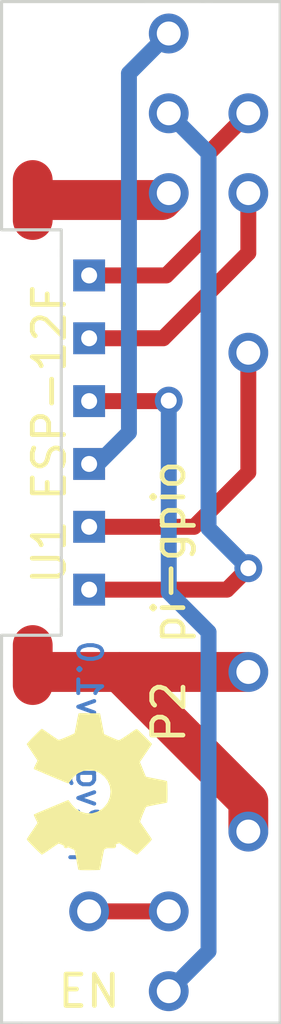
<source format=kicad_pcb>
(kicad_pcb (version 3) (host pcbnew "(22-Jun-2014 BZR 4027)-stable")

  (general
    (links 10)
    (no_connects 0)
    (area 201.146 123.901999 210.616001 156.514001)
    (thickness 1.6)
    (drawings 17)
    (tracks 39)
    (zones 0)
    (modules 4)
    (nets 10)
  )

  (page A3)
  (layers
    (15 F.Cu signal hide)
    (0 B.Cu signal)
    (16 B.Adhes user hide)
    (17 F.Adhes user hide)
    (18 B.Paste user hide)
    (19 F.Paste user hide)
    (20 B.SilkS user)
    (21 F.SilkS user hide)
    (22 B.Mask user)
    (23 F.Mask user)
    (24 Dwgs.User user)
    (25 Cmts.User user)
    (26 Eco1.User user)
    (27 Eco2.User user)
    (28 Edge.Cuts user)
  )

  (setup
    (last_trace_width 0.508)
    (user_trace_width 1.27)
    (trace_clearance 0.254)
    (zone_clearance 0.508)
    (zone_45_only no)
    (trace_min 0.254)
    (segment_width 0.2)
    (edge_width 0.1)
    (via_size 0.889)
    (via_drill 0.508)
    (via_min_size 0.889)
    (via_min_drill 0.508)
    (uvia_size 0.508)
    (uvia_drill 0.127)
    (uvias_allowed no)
    (uvia_min_size 0.508)
    (uvia_min_drill 0.127)
    (pcb_text_width 0.3)
    (pcb_text_size 1.5 1.5)
    (mod_edge_width 0.15)
    (mod_text_size 1 1)
    (mod_text_width 0.15)
    (pad_size 1.45796 1.4986)
    (pad_drill 0)
    (pad_to_mask_clearance 0)
    (aux_axis_origin 0 0)
    (visible_elements 7FFE6989)
    (pcbplotparams
      (layerselection 284196865)
      (usegerberextensions true)
      (excludeedgelayer true)
      (linewidth 0.150000)
      (plotframeref false)
      (viasonmask true)
      (mode 1)
      (useauxorigin false)
      (hpglpennumber 1)
      (hpglpenspeed 20)
      (hpglpendiameter 15)
      (hpglpenoverlay 2)
      (psnegative false)
      (psa4output false)
      (plotreference false)
      (plotvalue false)
      (plotothertext false)
      (plotinvisibletext false)
      (padsonsilk false)
      (subtractmaskfromsilk false)
      (outputformat 1)
      (mirror false)
      (drillshape 0)
      (scaleselection 1)
      (outputdirectory ""))
  )

  (net 0 "")
  (net 1 N-000001)
  (net 2 N-000002)
  (net 3 N-000003)
  (net 4 N-000004)
  (net 5 N-000005)
  (net 6 N-000006)
  (net 7 N-000007)
  (net 8 N-000008)
  (net 9 N-000009)

  (net_class Default "This is the default net class."
    (clearance 0.254)
    (trace_width 0.508)
    (via_dia 0.889)
    (via_drill 0.508)
    (uvia_dia 0.508)
    (uvia_drill 0.127)
    (add_net "")
    (add_net N-000001)
    (add_net N-000002)
    (add_net N-000003)
    (add_net N-000004)
    (add_net N-000005)
    (add_net N-000006)
    (add_net N-000007)
    (add_net N-000008)
    (add_net N-000009)
  )

  (module ESP-12-F (layer F.Cu) (tedit 57298A08) (tstamp 57296AC0)
    (at 204.47 137.668)
    (path /576B3A1E)
    (fp_text reference U1 (at -1.27 3.81 90) (layer F.SilkS)
      (effects (font (size 1 1) (thickness 0.15)))
    )
    (fp_text value ESP-12F (at -1.27 -1.27 90) (layer F.SilkS)
      (effects (font (size 1 1) (thickness 0.15)))
    )
    (pad 12 thru_hole rect (at 0 1) (size 1.016 1.016) (drill 0.508)
      (layers *.Cu *.Mask)
      (net 6 N-000006)
    )
    (pad 11 thru_hole rect (at 0 -1) (size 1.016 1.016) (drill 0.508)
      (layers *.Cu *.Mask)
      (net 2 N-000002)
    )
    (pad 13 thru_hole rect (at 0 3) (size 1.016 1.016) (drill 0.508)
      (layers *.Cu *.Mask)
      (net 7 N-000007)
    )
    (pad 10 thru_hole rect (at 0 -3) (size 1.016 1.016) (drill 0.508)
      (layers *.Cu *.Mask)
      (net 4 N-000004)
    )
    (pad 14 thru_hole rect (at 0 5) (size 1.016 1.016) (drill 0.508)
      (layers *.Cu *.Mask)
      (net 5 N-000005)
    )
    (pad 9 thru_hole rect (at 0 -5) (size 1.016 1.016) (drill 0.508)
      (layers *.Cu *.Mask)
      (net 3 N-000003)
    )
    (pad 8 smd oval (at -1.8 -7.4) (size 1.27 2.54)
      (layers F.Cu F.Paste F.Mask)
      (net 9 N-000009)
    )
    (pad 15 smd oval (at -1.8 7.4) (size 1.27 2.54)
      (layers F.Cu F.Paste F.Mask)
      (net 8 N-000008)
    )
  )

  (module TP (layer F.Cu) (tedit 572973A6) (tstamp 57297154)
    (at 204.47 152.908)
    (path /576B39A7)
    (fp_text reference P1 (at 0 -2.54) (layer F.SilkS)
      (effects (font (size 1 1) (thickness 0.15)))
    )
    (fp_text value EN (at 0 2.54) (layer F.SilkS)
      (effects (font (size 1 1) (thickness 0.15)))
    )
    (pad 1 thru_hole circle (at 0 0) (size 1.27 1.27) (drill 0.762)
      (layers *.Cu *.Mask)
      (net 1 N-000001)
    )
  )

  (module pi-gpio (layer F.Cu) (tedit 57297305) (tstamp 5729662F)
    (at 207.01 130.048)
    (path /576B392F)
    (fp_text reference P2 (at 0 16.51 90) (layer F.SilkS)
      (effects (font (size 1 1) (thickness 0.15)))
    )
    (fp_text value pi-gpio (at 0 11.43 90) (layer F.SilkS)
      (effects (font (size 1 1) (thickness 0.15)))
    )
    (pad 18 thru_hole circle (at 2.54 0) (size 1.27 1.27) (drill 0.762)
      (layers *.Cu *.Mask)
      (net 4 N-000004)
    )
    (pad 16 thru_hole circle (at 2.54 -2.54) (size 1.27 1.27) (drill 0.762)
      (layers *.Cu *.Mask)
      (net 3 N-000003)
    )
    (pad 15 thru_hole circle (at 0 -2.54) (size 1.27 1.27) (drill 0.762)
      (layers *.Cu *.Mask)
      (net 5 N-000005)
    )
    (pad 17 thru_hole circle (at 0 0) (size 1.27 1.27) (drill 0.762)
      (layers *.Cu *.Mask)
      (net 9 N-000009)
    )
    (pad 13 thru_hole circle (at 0 -5.08) (size 1.27 1.27) (drill 0.762)
      (layers *.Cu *.Mask)
      (net 6 N-000006)
    )
    (pad 22 thru_hole circle (at 2.54 5.08) (size 1.27 1.27) (drill 0.762)
      (layers *.Cu *.Mask)
      (net 7 N-000007)
    )
    (pad 37 thru_hole circle (at 0 25.4) (size 1.27 1.27) (drill 0.762)
      (layers *.Cu *.Mask)
      (net 2 N-000002)
    )
    (pad 34 thru_hole circle (at 2.54 20.32) (size 1.27 1.27) (drill 0.762)
      (layers *.Cu *.Mask)
      (net 8 N-000008)
    )
    (pad 30 thru_hole circle (at 2.54 15.24) (size 1.27 1.27) (drill 0.762)
      (layers *.Cu *.Mask)
      (net 8 N-000008)
    )
    (pad 35 thru_hole circle (at 0 22.86) (size 1.27 1.27) (drill 0.762)
      (layers *.Cu *.Mask)
      (net 1 N-000001)
    )
  )

  (module OSH-5mm_silkscreen-front_5mm (layer F.Cu) (tedit 0) (tstamp 572AEF77)
    (at 204.724 149.098 270)
    (fp_text reference G*** (at 0 2.65176 270) (layer F.SilkS) hide
      (effects (font (size 0.22606 0.22606) (thickness 0.04318)))
    )
    (fp_text value OSH-5mm_silkscreen-front_5mm (at 0 -2.65176 270) (layer F.SilkS) hide
      (effects (font (size 0.22606 0.22606) (thickness 0.04318)))
    )
    (fp_poly (pts (xy -1.51384 2.24536) (xy -1.48844 2.23012) (xy -1.43002 2.19456) (xy -1.3462 2.13868)
      (xy -1.24714 2.07264) (xy -1.14808 2.0066) (xy -1.0668 1.95326) (xy -1.01092 1.91516)
      (xy -0.98552 1.90246) (xy -0.97282 1.90754) (xy -0.9271 1.9304) (xy -0.85852 1.96596)
      (xy -0.81788 1.98628) (xy -0.75692 2.01168) (xy -0.7239 2.0193) (xy -0.71882 2.00914)
      (xy -0.69596 1.96088) (xy -0.6604 1.8796) (xy -0.61468 1.77038) (xy -0.5588 1.64338)
      (xy -0.50292 1.50876) (xy -0.4445 1.36906) (xy -0.38862 1.23444) (xy -0.34036 1.11506)
      (xy -0.29972 1.01854) (xy -0.27432 0.94996) (xy -0.26416 0.92202) (xy -0.2667 0.9144)
      (xy -0.29972 0.88392) (xy -0.35306 0.84328) (xy -0.47244 0.74676) (xy -0.58928 0.60198)
      (xy -0.6604 0.43688) (xy -0.68326 0.25146) (xy -0.66294 0.08128) (xy -0.5969 -0.08128)
      (xy -0.4826 -0.2286) (xy -0.3429 -0.33782) (xy -0.18034 -0.4064) (xy 0 -0.42926)
      (xy 0.17272 -0.40894) (xy 0.34036 -0.3429) (xy 0.48768 -0.23114) (xy 0.55118 -0.16002)
      (xy 0.63754 -0.01016) (xy 0.6858 0.14732) (xy 0.69088 0.18796) (xy 0.68326 0.36322)
      (xy 0.63246 0.5334) (xy 0.53848 0.68326) (xy 0.40894 0.80772) (xy 0.3937 0.81788)
      (xy 0.33528 0.8636) (xy 0.29464 0.89408) (xy 0.26416 0.91948) (xy 0.48768 1.45796)
      (xy 0.52324 1.54178) (xy 0.5842 1.6891) (xy 0.63754 1.8161) (xy 0.68072 1.9177)
      (xy 0.7112 1.98374) (xy 0.7239 2.01168) (xy 0.7239 2.01422) (xy 0.74422 2.01676)
      (xy 0.78486 2.00152) (xy 0.86106 1.96596) (xy 0.90932 1.94056) (xy 0.96774 1.91262)
      (xy 0.99314 1.90246) (xy 1.016 1.91516) (xy 1.06934 1.95072) (xy 1.15062 2.00406)
      (xy 1.24714 2.06756) (xy 1.33858 2.13106) (xy 1.4224 2.18694) (xy 1.48336 2.22504)
      (xy 1.51384 2.24282) (xy 1.51892 2.24282) (xy 1.54432 2.22758) (xy 1.59258 2.18694)
      (xy 1.66624 2.11836) (xy 1.77038 2.01422) (xy 1.78562 1.99898) (xy 1.87198 1.91262)
      (xy 1.94056 1.83896) (xy 1.98628 1.78816) (xy 2.00406 1.7653) (xy 2.00406 1.7653)
      (xy 1.98882 1.73482) (xy 1.95072 1.67386) (xy 1.89484 1.5875) (xy 1.82626 1.48844)
      (xy 1.64846 1.22936) (xy 1.74498 0.98552) (xy 1.77546 0.90932) (xy 1.81356 0.82042)
      (xy 1.8415 0.75438) (xy 1.85674 0.72644) (xy 1.88214 0.71628) (xy 1.95072 0.70104)
      (xy 2.04724 0.68072) (xy 2.16154 0.6604) (xy 2.2733 0.64008) (xy 2.37236 0.61976)
      (xy 2.44348 0.60706) (xy 2.4765 0.59944) (xy 2.48412 0.59436) (xy 2.49174 0.57912)
      (xy 2.49428 0.5461) (xy 2.49682 0.48514) (xy 2.49936 0.39116) (xy 2.49936 0.25146)
      (xy 2.49936 0.23622) (xy 2.49682 0.10668) (xy 2.49428 0) (xy 2.49174 -0.06604)
      (xy 2.48666 -0.09398) (xy 2.48666 -0.09398) (xy 2.45618 -0.1016) (xy 2.38506 -0.11684)
      (xy 2.286 -0.13462) (xy 2.16662 -0.15748) (xy 2.159 -0.16002) (xy 2.04216 -0.18288)
      (xy 1.9431 -0.2032) (xy 1.87198 -0.21844) (xy 1.84404 -0.2286) (xy 1.83642 -0.23622)
      (xy 1.81356 -0.28194) (xy 1.78054 -0.3556) (xy 1.7399 -0.4445) (xy 1.7018 -0.53848)
      (xy 1.66878 -0.6223) (xy 1.64592 -0.68326) (xy 1.6383 -0.7112) (xy 1.64084 -0.71374)
      (xy 1.65862 -0.74168) (xy 1.69926 -0.80264) (xy 1.75514 -0.88646) (xy 1.82372 -0.98806)
      (xy 1.8288 -0.99568) (xy 1.89738 -1.09474) (xy 1.95326 -1.1811) (xy 1.98882 -1.23952)
      (xy 2.00406 -1.26746) (xy 2.00406 -1.27) (xy 1.9812 -1.30048) (xy 1.9304 -1.35636)
      (xy 1.85674 -1.43256) (xy 1.77038 -1.52146) (xy 1.74244 -1.54686) (xy 1.64338 -1.64338)
      (xy 1.57734 -1.70434) (xy 1.53416 -1.73736) (xy 1.51384 -1.74498) (xy 1.51384 -1.74498)
      (xy 1.48336 -1.7272) (xy 1.41986 -1.68656) (xy 1.33604 -1.62814) (xy 1.23444 -1.55956)
      (xy 1.22682 -1.55448) (xy 1.12776 -1.4859) (xy 1.04394 -1.43002) (xy 0.98552 -1.38938)
      (xy 0.95758 -1.37414) (xy 0.95504 -1.37414) (xy 0.9144 -1.38684) (xy 0.84328 -1.41224)
      (xy 0.75438 -1.44526) (xy 0.66294 -1.48336) (xy 0.57912 -1.51892) (xy 0.51562 -1.54686)
      (xy 0.48514 -1.56464) (xy 0.48514 -1.56464) (xy 0.47498 -1.6002) (xy 0.4572 -1.6764)
      (xy 0.43688 -1.778) (xy 0.41148 -1.89992) (xy 0.40894 -1.92024) (xy 0.38608 -2.03962)
      (xy 0.3683 -2.13868) (xy 0.35306 -2.20726) (xy 0.34544 -2.2352) (xy 0.3302 -2.23774)
      (xy 0.27178 -2.24282) (xy 0.18288 -2.24536) (xy 0.07366 -2.24536) (xy -0.0381 -2.24536)
      (xy -0.14732 -2.24282) (xy -0.2413 -2.24028) (xy -0.30988 -2.2352) (xy -0.33782 -2.23012)
      (xy -0.33782 -2.22758) (xy -0.34798 -2.18948) (xy -0.36576 -2.11582) (xy -0.38608 -2.01168)
      (xy -0.40894 -1.88976) (xy -0.41402 -1.8669) (xy -0.43688 -1.75006) (xy -0.4572 -1.651)
      (xy -0.4699 -1.58496) (xy -0.47752 -1.55702) (xy -0.49022 -1.55194) (xy -0.53848 -1.53162)
      (xy -0.61722 -1.4986) (xy -0.71628 -1.45796) (xy -0.94488 -1.36652) (xy -1.22682 -1.55702)
      (xy -1.25222 -1.5748) (xy -1.35382 -1.64338) (xy -1.4351 -1.69926) (xy -1.49352 -1.73736)
      (xy -1.51638 -1.75006) (xy -1.51892 -1.75006) (xy -1.54686 -1.72466) (xy -1.60274 -1.67132)
      (xy -1.67894 -1.59766) (xy -1.76784 -1.5113) (xy -1.83134 -1.44526) (xy -1.91008 -1.36652)
      (xy -1.95834 -1.31318) (xy -1.98628 -1.28016) (xy -1.9939 -1.25984) (xy -1.99136 -1.2446)
      (xy -1.97358 -1.21666) (xy -1.93294 -1.1557) (xy -1.87452 -1.06934) (xy -1.80594 -0.97028)
      (xy -1.75006 -0.88646) (xy -1.6891 -0.79248) (xy -1.651 -0.72644) (xy -1.63576 -0.69342)
      (xy -1.64084 -0.68072) (xy -1.65862 -0.62484) (xy -1.69418 -0.54102) (xy -1.73482 -0.44196)
      (xy -1.83388 -0.22098) (xy -1.97866 -0.19304) (xy -2.06756 -0.17526) (xy -2.18948 -0.1524)
      (xy -2.30886 -0.12954) (xy -2.49174 -0.09398) (xy -2.49936 0.58166) (xy -2.47142 0.59436)
      (xy -2.44348 0.60198) (xy -2.3749 0.61722) (xy -2.27838 0.63754) (xy -2.16154 0.65786)
      (xy -2.06502 0.67564) (xy -1.96596 0.69596) (xy -1.89484 0.70866) (xy -1.86436 0.71628)
      (xy -1.8542 0.72644) (xy -1.83134 0.7747) (xy -1.79578 0.8509) (xy -1.75514 0.94234)
      (xy -1.71704 1.03632) (xy -1.68148 1.12522) (xy -1.65862 1.19126) (xy -1.64846 1.22428)
      (xy -1.66116 1.25222) (xy -1.69926 1.31064) (xy -1.7526 1.39192) (xy -1.82118 1.49098)
      (xy -1.88722 1.5875) (xy -1.94564 1.67132) (xy -1.98374 1.73228) (xy -2.00152 1.76022)
      (xy -1.99136 1.778) (xy -1.95326 1.82626) (xy -1.8796 1.90246) (xy -1.76784 2.01168)
      (xy -1.75006 2.02946) (xy -1.6637 2.11328) (xy -1.59004 2.18186) (xy -1.5367 2.22758)
      (xy -1.51384 2.24536)) (layer F.SilkS) (width 0.00254))
  )

  (gr_text pi2vga-v1.0 (at 204.47 147.828 270) (layer B.Cu)
    (effects (font (size 0.762 0.762) (thickness 0.127)) (justify mirror))
  )
  (gr_line (start 201.676 144.1196) (end 201.676 145.0848) (angle 90) (layer Edge.Cuts) (width 0.1) (tstamp 572978BC))
  (gr_line (start 201.676 131.2164) (end 201.676 123.952) (angle 90) (layer Edge.Cuts) (width 0.1) (tstamp 572978B9))
  (gr_line (start 203.581 144.1196) (end 203.581 143.256) (angle 90) (layer Edge.Cuts) (width 0.1) (tstamp 572978C0))
  (gr_line (start 201.676 144.1196) (end 203.581 144.1196) (angle 90) (layer Edge.Cuts) (width 0.1))
  (gr_line (start 203.581 131.2164) (end 203.581 132.08) (angle 90) (layer Edge.Cuts) (width 0.1))
  (gr_line (start 201.676 131.2164) (end 203.581 131.2164) (angle 90) (layer Edge.Cuts) (width 0.1))
  (gr_line (start 203.581 131.826) (end 203.581 143.383) (angle 90) (layer Edge.Cuts) (width 0.1))
  (gr_line (start 206.248 123.952) (end 208.407 123.952) (angle 90) (layer Edge.Cuts) (width 0.1))
  (gr_line (start 201.676 123.952) (end 206.248 123.952) (angle 90) (layer Edge.Cuts) (width 0.1))
  (gr_line (start 201.676 156.464) (end 202.311 156.464) (angle 90) (layer Edge.Cuts) (width 0.1))
  (gr_line (start 201.676 145.034) (end 201.676 156.464) (angle 90) (layer Edge.Cuts) (width 0.1))
  (gr_line (start 210.566 156.464) (end 202.311 156.464) (angle 90) (layer Edge.Cuts) (width 0.1))
  (gr_line (start 210.566 128.143) (end 210.566 156.464) (angle 90) (layer Edge.Cuts) (width 0.1))
  (gr_line (start 210.566 123.952) (end 210.566 128.143) (angle 90) (layer Edge.Cuts) (width 0.1))
  (gr_line (start 208.153 123.952) (end 210.566 123.952) (angle 90) (layer Edge.Cuts) (width 0.1))
  (gr_line (start 206.248 123.952) (end 208.026 123.952) (angle 90) (layer Edge.Cuts) (width 0.1))

  (segment (start 204.47 152.908) (end 207.01 152.908) (width 0.508) (layer F.Cu) (net 1))
  (segment (start 207.01 155.448) (end 208.28 154.178) (width 0.508) (layer B.Cu) (net 2))
  (segment (start 207.01 140.208) (end 207.01 141.478) (width 0.508) (layer B.Cu) (net 2) (tstamp 57296CDC))
  (segment (start 207.01 136.652) (end 207.01 140.208) (width 0.508) (layer B.Cu) (net 2) (tstamp 57296CDB))
  (via (at 207.01 136.652) (size 0.889) (layers F.Cu B.Cu) (net 2))
  (segment (start 206.994 136.668) (end 207.01 136.652) (width 0.508) (layer F.Cu) (net 2) (tstamp 57296CD0))
  (segment (start 206.994 136.668) (end 204.47 136.668) (width 0.508) (layer F.Cu) (net 2))
  (segment (start 207.01 142.748) (end 207.01 141.478) (width 0.508) (layer B.Cu) (net 2) (tstamp 57296DD6))
  (segment (start 208.28 144.018) (end 207.01 142.748) (width 0.508) (layer B.Cu) (net 2) (tstamp 57296DD3))
  (segment (start 208.28 154.178) (end 208.28 144.018) (width 0.508) (layer B.Cu) (net 2) (tstamp 57296DD2))
  (segment (start 209.55 127.508) (end 208.28 128.778) (width 0.508) (layer F.Cu) (net 3))
  (segment (start 206.93 132.668) (end 204.47 132.668) (width 0.508) (layer F.Cu) (net 3) (tstamp 57296C34))
  (segment (start 208.28 131.318) (end 206.93 132.668) (width 0.508) (layer F.Cu) (net 3) (tstamp 57296C2F))
  (segment (start 208.28 130.683) (end 208.28 131.318) (width 0.508) (layer F.Cu) (net 3) (tstamp 57296C2D))
  (segment (start 208.28 128.778) (end 208.28 130.683) (width 0.508) (layer F.Cu) (net 3) (tstamp 57296C2C))
  (segment (start 209.55 130.048) (end 209.55 131.953) (width 0.508) (layer F.Cu) (net 4))
  (segment (start 206.835 134.668) (end 204.47 134.668) (width 0.508) (layer F.Cu) (net 4) (tstamp 57296C67))
  (segment (start 209.55 131.953) (end 206.835 134.668) (width 0.508) (layer F.Cu) (net 4) (tstamp 57296C63))
  (segment (start 208.28 140.462) (end 208.28 128.778) (width 0.508) (layer B.Cu) (net 5))
  (segment (start 208.868 142.668) (end 209.55 141.986) (width 0.508) (layer F.Cu) (net 5) (tstamp 57296D43))
  (via (at 209.55 141.986) (size 0.889) (layers F.Cu B.Cu) (net 5))
  (segment (start 209.55 141.986) (end 208.28 140.716) (width 0.508) (layer B.Cu) (net 5) (tstamp 57296D52))
  (segment (start 208.28 140.716) (end 208.28 140.462) (width 0.508) (layer B.Cu) (net 5) (tstamp 57296D53))
  (segment (start 204.47 142.668) (end 208.868 142.668) (width 0.508) (layer F.Cu) (net 5))
  (segment (start 208.28 128.778) (end 207.01 127.508) (width 0.508) (layer B.Cu) (net 5) (tstamp 57296DB5))
  (segment (start 207.01 124.968) (end 205.74 126.238) (width 0.508) (layer B.Cu) (net 6))
  (segment (start 204.74 138.668) (end 204.47 138.668) (width 0.508) (layer B.Cu) (net 6) (tstamp 57296E15))
  (segment (start 205.74 137.668) (end 204.74 138.668) (width 0.508) (layer B.Cu) (net 6) (tstamp 57296E14))
  (segment (start 205.74 126.238) (end 205.74 137.668) (width 0.508) (layer B.Cu) (net 6) (tstamp 57296E12))
  (segment (start 204.47 140.668) (end 207.82 140.668) (width 0.508) (layer F.Cu) (net 7))
  (segment (start 209.55 138.938) (end 209.55 135.128) (width 0.508) (layer F.Cu) (net 7) (tstamp 57296DED))
  (segment (start 207.82 140.668) (end 209.55 138.938) (width 0.508) (layer F.Cu) (net 7) (tstamp 57296DEA))
  (segment (start 209.55 150.368) (end 209.55 149.4028) (width 1.27) (layer F.Cu) (net 8))
  (segment (start 209.55 149.4028) (end 205.4352 145.288) (width 1.27) (layer F.Cu) (net 8) (tstamp 57297966))
  (segment (start 209.55 145.288) (end 205.4352 145.288) (width 1.27) (layer F.Cu) (net 8))
  (segment (start 205.4352 145.288) (end 202.89 145.288) (width 1.27) (layer F.Cu) (net 8) (tstamp 57297969))
  (segment (start 202.89 145.288) (end 202.67 145.068) (width 1.27) (layer F.Cu) (net 8) (tstamp 57297958))
  (segment (start 202.67 130.268) (end 206.79 130.268) (width 1.27) (layer F.Cu) (net 9))
  (segment (start 206.79 130.268) (end 207.01 130.048) (width 1.27) (layer F.Cu) (net 9) (tstamp 57296F66))

)

</source>
